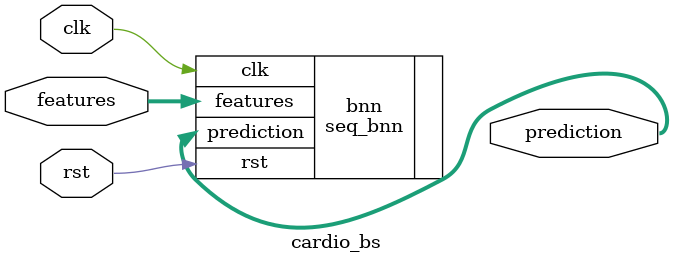
<source format=v>













module cardio_bs #(

parameter FEAT_CNT = 19,
parameter HIDDEN_CNT = 40,
parameter FEAT_BITS = 4,
parameter CLASS_CNT = 3,
parameter TEST_CNT = 1000


  ) (
  input clk,
  input rst,
  input [FEAT_CNT*FEAT_BITS-1:0] features,
  output [$clog2(CLASS_CNT)-1:0] prediction
  );

  localparam Weights0 = 760'b1011011011110011000110010101010010110000110010001000101011100100100111011000001000000101010011011001001000101001011001011100110110001010111001000001110110010110001111100101110100100001011010001100100011011011101001001110000110110100100111010010000101000100000001000111011100110101110010011001101101011100110110111010010110001111111111100100010000111101100000110011001001010100000000111110000000001101010110001011001011000101101110011001010100011010000100000111000010100000111001101011001111010010001101000101000110011001010011001001001110110010100101000101001111111010010000100010001000010111101000001100000110000010101011100100100000110010101011011001100111100101100011111101001011011000100000011100110110001010100101100001011001110001010110101010100100011100 ;
  localparam Weights1 = 120'b110011011000011011101100100111001101001011100101100101101110110011011000110100111001110001000100110000001111100000010101 ;

  seq_bnn #(.FEAT_CNT(FEAT_CNT),.FEAT_BITS(FEAT_BITS),.HIDDEN_CNT(HIDDEN_CNT),.CLASS_CNT(CLASS_CNT),.Weights0(Weights0),.Weights1(Weights1)) bnn (
    .clk(clk),
    .rst(rst),
    .features(features),
    .prediction(prediction)
  );

endmodule

</source>
